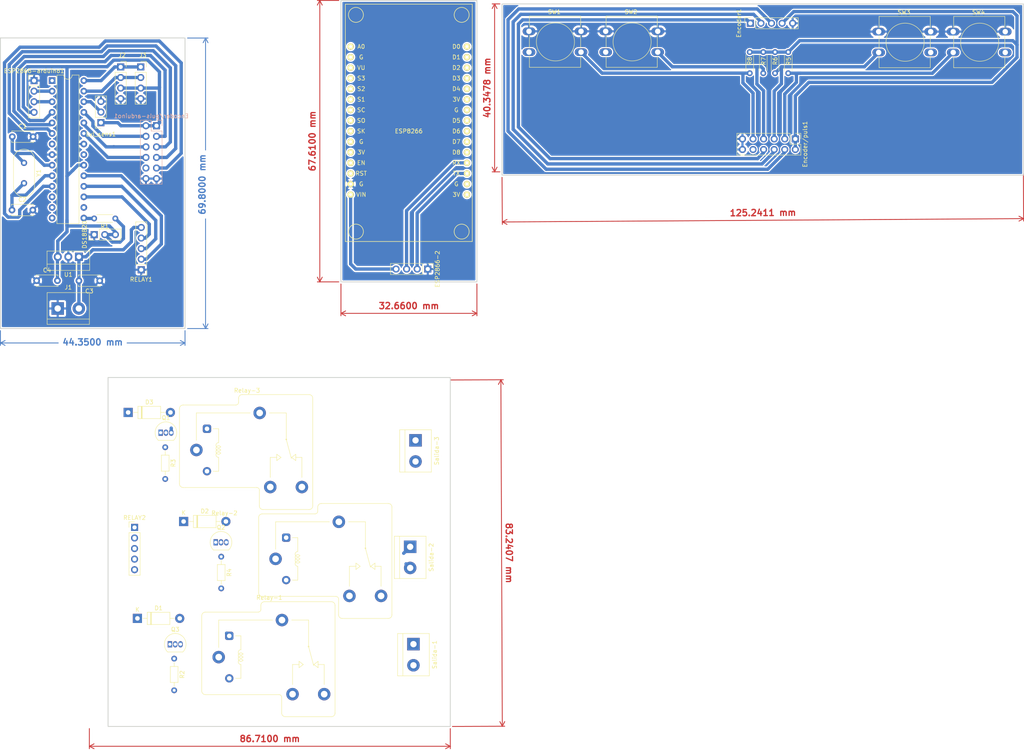
<source format=kicad_pcb>
(kicad_pcb (version 20211014) (generator pcbnew)
  (layers (0 "F.Cu" signal) (31 "B.Cu" signal) (34 "B.Paste" user) (35 "F.Paste" user) (36 "B.SilkS" user "B.Silkscreen") (37 "F.SilkS" user "F.Silkscreen") (38 "B.Mask" user) (39 "F.Mask" user) (44 "Edge.Cuts" user))
  (net 0 "")
  (net 1 "GND")
  (net 2 "Net-(Encoder/puls-arduino1-Pad3)")
  (net 3 "Net-(Encoder/puls-arduino1-Pad4)")
  (net 4 "Net-(ESP2866-2-Pad2)")
  (net 5 "Net-(ESP2866-2-Pad3)")
  (net 7 "+5V")
  (net 12 "+12V")
  (net 14 "Net-(D1-Pad2)")
  (net 15 "Net-(D2-Pad2)")
  (net 16 "Net-(C1-Pad1)")
  (net 17 "Net-(C2-Pad1)")
  (net 18 "Net-(Lvl_sens1-Pad2)")
  (net 19 "Net-(Encoder/puls-arduino1-Pad5)")
  (net 20 "Net-(Encoder/puls-arduino1-Pad6)")
  (net 21 "Net-(Encoder/puls-arduino1-Pad8)")
  (net 22 "Net-(Encoder/puls-arduino1-Pad9)")
  (net 24 "Net-(Encoder/puls1-Pad3)")
  (net 25 "Net-(Encoder/puls1-Pad4)")
  (net 26 "Net-(Encoder/puls1-Pad5)")
  (net 27 "Net-(Q1-Pad2)")
  (net 28 "Net-(Q2-Pad2)")
  (net 29 "Net-(Q3-Pad2)")
  (net 30 "Net-(D3-Pad2)")
  (net 31 "Net-(R1-Pad2)")
  (net 32 "Net-(R2-Pad2)")
  (net 33 "Net-(R3-Pad2)")
  (net 34 "Net-(R4-Pad2)")
  (net 35 "Net-(J2-Pad1)")
  (net 36 "Net-(J2-Pad2)")
  (net 37 "Net-(Encoder/puls1-Pad6)")
  (net 38 "Net-(Encoder/puls1-Pad7)")
  (net 39 "Net-(Encoder/puls1-Pad8)")
  (net 41 "Net-(ESP2866-arduino1-Pad2)")
  (net 42 "Net-(ESP2866-arduino1-Pad3)")
  (net 63 "Net-(RELAY1-Pad2)")
  (net 64 "Net-(RELAY1-Pad3)")
  (net 65 "Net-(RELAY1-Pad4)")
  (net 68 "Net-(Encoder/puls-arduino1-Pad7)")
  (net 73 "Net-(Relay-1-Pad11A)")
  (net 75 "Net-(Relay-2-Pad11A)")
  (net 77 "Net-(Relay-3-Pad11A)")
  (net 79 "Net-(Encoder/puls1-Pad9)")
  (net 80 "Net-(Relay-1-Pad14)")
  (net 81 "Net-(Relay-2-Pad14)")
  (net 82 "Net-(Relay-3-Pad14)")
  (footprint "Connector_PinSocket_2.54mm:PinSocket_1x05_P2.54mm_Vertical" (layer "F.Cu") (at 212.94 19.805 90)
    (fp_text reference "Encoder1")
    (fp_text value "Conn_01x05")
  )
  (footprint "Button_Switch_THT:SW_PUSH-12mm" (layer "F.Cu") (at 261.67 21.82)
    (fp_text reference "SW4")
    (fp_text value "SW_Push")
  )
  (footprint "Capacitor_THT:C_Disc_D5.0mm_W2.5mm_P5.00mm" (layer "F.Cu") (at 35.555 64.68)
    (fp_text reference "C2")
    (fp_text value "20pF")
  )
  (footprint "Connector_PinSocket_2.54mm:PinSocket_1x03_P2.54mm_Vertical" (layer "F.Cu") (at 56.92 43.685 180)
    (fp_text reference "Lvl_sens1")
    (fp_text value "lvl_sens")
  )
  (footprint "Diode_THT:D_DO-41_SOD81_P10.16mm_Horizontal" (layer "F.Cu") (at 65.69 162.78)
    (fp_text reference "D1")
    (fp_text value "1N4007")
  )
  (footprint "Package_TO_SOT_THT:TO-220-3_Vertical" (layer "F.Cu") (at 51.635 75.91 180)
    (fp_text reference "U1")
    (fp_text value "LM7805")
  )
  (footprint "Resistor_THT:R_Axial_DIN0204_L3.6mm_D1.6mm_P7.62mm_Horizontal" (layer "F.Cu") (at 72.37 121.665 -90)
    (fp_text reference "R3")
    (fp_text value "1k")
  )
  (footprint "Resistor_THT:R_Axial_DIN0204_L3.6mm_D1.6mm_P5.08mm_Horizontal" (layer "F.Cu") (at 60.375 66.7 180)
    (fp_text reference "R1")
    (fp_text value "4.7k")
  )
  (footprint "Relay_THT:Relay_SPDT_RAYEX-L90" (layer "F.Cu") (at 79.86 122.325)
    (fp_text reference "Relay-3")
    (fp_text value "RAYEX-L90")
  )
  (footprint "Diode_THT:D_DO-41_SOD81_P10.16mm_Horizontal" (layer "F.Cu") (at 76.785 139.5)
    (fp_text reference "D2")
    (fp_text value "1N4007")
  )
  (footprint "Capacitor_THT:C_Disc_D5.0mm_W2.5mm_P5.00mm" (layer "F.Cu") (at 35.625 47.06)
    (fp_text reference "C1")
    (fp_text value "20pF")
  )
  (footprint "Resistor_THT:R_Axial_DIN0204_L3.6mm_D1.6mm_P5.08mm_Horizontal" (layer "F.Cu") (at 218.87 31.81 90)
    (fp_text reference "R6")
    (fp_text value "10k")
  )
  (footprint "Crystal:Crystal_HC49-4H_Vertical" (layer "F.Cu") (at 38.445 53.35 -90)
    (fp_text reference "Y1")
    (fp_text value "16MHz")
  )
  (footprint "Connector_PinHeader_2.54mm:PinHeader_1x04_P2.54mm_Vertical" (layer "F.Cu") (at 135.44 78.85 -90)
    (fp_text reference "ESP2866-2")
    (fp_text value "Conn_01x04")
  )
  (footprint "Capacitor_THT:C_Disc_D5.0mm_W2.5mm_P5.00mm" (layer "F.Cu") (at 56.635 81.66 180)
    (fp_text reference "C3")
    (fp_text value "330nF")
  )
  (footprint "Connector_PinSocket_2.54mm:PinSocket_1x04_P2.54mm_Vertical" (layer "F.Cu") (at 61.665 30.3)
    (fp_text reference "J3")
    (fp_text value "DS1307")
  )
  (footprint "TerminalBlock:TerminalBlock_bornier-2_P5.08mm" (layer "F.Cu") (at 132.5 120.005 -90)
    (fp_text reference "Salida-3")
    (fp_text value "Conn_01x02")
  )
  (footprint "Resistor_THT:R_Axial_DIN0204_L3.6mm_D1.6mm_P5.08mm_Horizontal" (layer "F.Cu") (at 216.04 31.81 90)
    (fp_text reference "R7")
    (fp_text value "10k")
  )
  (footprint "ESP8266 LOLiN v3:ESP8266" (layer "F.Cu") (at 130.88 45.73)
    (fp_text reference "ESP8266")
    (fp_text value "NodeMCU1.0(ESP-12E)")
  )
  (footprint "Button_Switch_THT:SW_PUSH-12mm" (layer "F.Cu") (at 159.76 21.74)
    (fp_text reference "SW1")
    (fp_text value "SW_Push")
  )
  (footprint "Connector_PinSocket_2.54mm:PinSocket_1x04_P2.54mm_Vertical" (layer "F.Cu") (at 66.485 30.3)
    (fp_text reference "J2")
    (fp_text value "I2C + LCD")
  )
  (footprint "Package_TO_SOT_THT:TO-92_Inline" (layer "F.Cu") (at 71.27 118.165)
    (fp_text reference "Q1")
    (fp_text value "PN2222A")
  )
  (footprint "TerminalBlock:TerminalBlock_bornier-2_P5.08mm" (layer "F.Cu") (at 46.535 88.33)
    (fp_text reference "J1")
    (fp_text value "12v")
  )
  (footprint "Package_TO_SOT_THT:TO-92_Inline" (layer "F.Cu") (at 84.5 144.5)
    (fp_text reference "Q2")
    (fp_text value "PN2222A")
  )
  (footprint "Connector_PinHeader_2.54mm:PinHeader_2x06_P2.54mm_Vertical" (layer "F.Cu") (at 223.74 47.595 -90)
    (fp_text reference "Encoder/puls1")
    (fp_text value "Conn_02x06_Odd_Even")
  )
  (footprint "Diode_THT:D_DO-41_SOD81_P10.16mm_Horizontal" (layer "F.Cu") (at 63.46 113.305)
    (fp_text reference "D3")
    (fp_text value "1N4007")
  )
  (footprint "Capacitor_THT:C_Disc_D5.0mm_W2.5mm_P5.00mm" (layer "F.Cu") (at 41.475 81.64)
    (fp_text reference "C4")
    (fp_text value "100nF")
  )
  (footprint "TerminalBlock:TerminalBlock_bornier-2_P5.08mm" (layer "F.Cu") (at 131.21 145.58 -90)
    (fp_text reference "Salida-2")
    (fp_text value "Conn_01x02")
  )
  (footprint "Package_TO_SOT_THT:TO-92_Inline" (layer "F.Cu") (at 73.5 169)
    (fp_text reference "Q3")
    (fp_text value "PN2222A")
  )
  (footprint "Connector_PinHeader_2.54mm:PinHeader_1x05_P2.54mm_Vertical" (layer "F.Cu") (at 65 140.92)
    (fp_text reference "RELAY2")
    (fp_text value "Conn_01x05")
  )
  (footprint "Package_DIP:DIP-28_W7.62mm" (layer "F.Cu") (at 45.195 33.58)
    (fp_text reference "U3" hide)
    (fp_text value "ATmega328P-P")
  )
  (footprint "Connector_PinHeader_2.54mm:PinHeader_1x05_P2.54mm_Vertical" (layer "F.Cu") (at 66.605 79.025 180)
    (fp_text reference "RELAY1")
    (fp_text value "Conn_01x05")
  )
  (footprint "TerminalBlock:TerminalBlock_bornier-2_P5.08mm" (layer "F.Cu") (at 132 168.96 -90)
    (fp_text reference "Salida-1")
    (fp_text value "Conn_01x02")
  )
  (footprint "Resistor_THT:R_Axial_DIN0204_L3.6mm_D1.6mm_P5.08mm_Horizontal" (layer "F.Cu") (at 212.79 31.81 90)
    (fp_text reference "R8")
    (fp_text value "10k")
  )
  (footprint "Relay_THT:Relay_SPDT_RAYEX-L90" (layer "F.Cu") (at 98.88 148.48)
    (fp_text reference "Relay-2")
    (fp_text value "RAYEX-L90")
  )
  (footprint "Connector_PinHeader_2.54mm:PinHeader_1x04_P2.54mm_Vertical" (layer "F.Cu") (at 40.855 33.58)
    (fp_text reference "ESP2866-arduino1")
    (fp_text value "Conn_01x04")
  )
  (footprint "Button_Switch_THT:SW_PUSH-12mm" (layer "F.Cu") (at 178.18 21.74)
    (fp_text reference "SW2")
    (fp_text value "SW_Push")
  )
  (footprint "Resistor_THT:R_Axial_DIN0204_L3.6mm_D1.6mm_P7.62mm_Horizontal" (layer "F.Cu") (at 74.52 172.44 -90)
    (fp_text reference "R2")
    (fp_text value "1k")
  )
  (footprint "Relay_THT:Relay_SPDT_RAYEX-L90" (layer "F.Cu") (at 85.215 172.08)
    (fp_text reference "Relay-1")
    (fp_text value "RAYEX-L90")
  )
  (footprint "Button_Switch_THT:SW_PUSH-12mm" (layer "F.Cu") (at 243.76 21.82)
    (fp_text reference "SW3")
    (fp_text value "SW_Push")
  )
  (footprint "Resistor_THT:R_Axial_DIN0204_L3.6mm_D1.6mm_P7.62mm_Horizontal" (layer "F.Cu") (at 85.82 147.95 -90)
    (fp_text reference "R4")
    (fp_text value "1k")
  )
  (footprint "Resistor_THT:R_Axial_DIN0204_L3.6mm_D1.6mm_P5.08mm_Horizontal" (layer "F.Cu") (at 222.04 31.81 90)
    (fp_text reference "R5")
    (fp_text value "10k")
  )
  (footprint "Connector_PinHeader_2.54mm:PinHeader_1x03_P2.54mm_Vertical" (layer "F.Cu") (at 55.31 70.58 90)
    (fp_text reference "DS18B20")
    (fp_text value "Conn_01x03")
  )
  (footprint "Connector_PinHeader_2.54mm:PinHeader_2x06_P2.54mm_Vertical" (layer "B.Cu") (at 70.275 44.425 180)
    (fp_text reference "Encoder/puls-arduino1")
    (fp_text value "Conn_02x06_Odd_Even" hide)
  )
  (gr_rect (start 153.28 15.152161) (end 278.518479 56.30358) (layer "Edge.Cuts") (width 0.2) (fill none))
  (gr_rect (start 114.58 14.32) (end 147.24 81.93) (layer "Edge.Cuts") (width 0.2) (fill none))
  (gr_rect (start 77.125 23.33) (end 32.775 93.14) (layer "Edge.Cuts") (width 0.2) (fill none))
  (gr_rect (start 58.64 104.91) (end 140.85 188.74) (layer "Edge.Cuts") (width 0.2) (fill none))
  (dimension (type aligned) (layer "F.Cu") (pts (xy 153.28 15.152161) (xy 153.28 55.5)) (height 1.78) (gr_text "40.3478 mm" (at 149.7 35.32608 90) (layer "F.Cu") (effects (font (size 1.5 1.5) (thickness 0.3)))) (format (units 3) (units_format 1) (precision 4)) (style (thickness 0.2) (arrow_length 1.27) (text_position_mode 0) (extension_height 0.58642) (extension_offset 0.5) keep_text_aligned))
  (dimension (type aligned) (layer "F.Cu") (pts (xy 140.85 188.74) (xy 54.14 188.74)) (height -4.76) (gr_text "86.7100 mm" (at 97.495 191.7) (layer "F.Cu") (effects (font (size 1.5 1.5) (thickness 0.3)))) (format (units 3) (units_format 1) (precision 4)) (style (thickness 0.2) (arrow_length 1.27) (text_position_mode 0) (extension_height 0.58642) (extension_offset 0.5) keep_text_aligned))
  (dimension (type aligned) (layer "F.Cu") (pts (xy 140.85 188.74) (xy 140.5 105.5)) (height 12.499889) (gr_text "83.2407 mm" (at 154.974763 147.059874 -89.75908932) (layer "F.Cu") (effects (font (size 1.5 1.5) (thickness 0.3)))) (format (units 3) (units_format 1) (precision 4)) (style (thickness 0.2) (arrow_length 1.27) (text_position_mode 0) (extension_height 0.58642) (extension_offset 0.5) keep_text_aligned))
  (dimension (type aligned) (layer "F.Cu") (pts (xy 278.518479 55.5) (xy 153.28 56.30358)) (height -11.236098) (gr_text "125.2411 mm" (at 215.959785 65.337694 0.3676275167) (layer "F.Cu") (effects (font (size 1.5 1.5) (thickness 0.3)))) (format (units 3) (units_format 1) (precision 4)) (style (thickness 0.2) (arrow_length 1.27) (text_position_mode 0) (extension_height 0.58642) (extension_offset 0.5) keep_text_aligned))
  (dimension (type aligned) (layer "F.Cu") (pts (xy 114.58 14.32) (xy 114.58 81.93)) (height 5.08) (gr_text "67.6100 mm" (at 107.7 48.125 90) (layer "F.Cu") (effects (font (size 1.5 1.5) (thickness 0.3)))) (format (units 3) (units_format 1) (precision 4)) (style (thickness 0.2) (arrow_length 1.27) (text_position_mode 0) (extension_height 0.58642) (extension_offset 0.5) keep_text_aligned))
  (dimension (type aligned) (layer "F.Cu") (pts (xy 114.58 81.93) (xy 147.24 81.93)) (height 7.57) (gr_text "32.6600 mm" (at 130.91 87.7) (layer "F.Cu") (effects (font (size 1.5 1.5) (thickness 0.3)))) (format (units 3) (units_format 1) (precision 4)) (style (thickness 0.2) (arrow_length 1.27) (text_position_mode 0) (extension_height 0.58642) (extension_offset 0.5) keep_text_aligned))
  (dimension (type aligned) (layer "B.Cu") (pts (xy 77.225 23.36) (xy 77.225 93.16)) (height -4.835) (gr_text "69.8000 mm" (at 81.26 58.53 90) (layer "B.Cu") (effects (font (size 1.5 1.5) (thickness 0.3)))) (format (units 3) (units_format 1) (precision 4)) (style (thickness 0.2) (arrow_length 1.27) (text_position_mode 2) (extension_height 0.58642) (extension_offset 0.5) keep_text_aligned))
  (dimension (type aligned) (layer "B.Cu") (pts (xy 32.775 93.14) (xy 77.125 93.14)) (height 3.47) (gr_text "44.3500 mm" (at 54.94 96.43) (layer "B.Cu") (effects (font (size 1.5 1.5) (thickness 0.3)))) (format (units 3) (units_format 1) (precision 4)) (style (thickness 0.2) (arrow_length 1.27) (text_position_mode 2) (extension_height 0.58642) (extension_offset 0.5) keep_text_aligned))
  (segment (start 45.195 51.36) (end 44.925 51.36) (width 0.8) (layer "B.Cu") (net 1))
  (segment (start 49.095 75.2975) (end 49.095 75.91) (width 0.8) (layer "B.Cu") (net 1))
  (segment (start 40.625 47.06) (end 40.895 47.06) (width 0.8) (layer "B.Cu") (net 1))
  (segment (start 68.81 27.55) (end 59.39 27.55) (width 0.8) (layer "B.Cu") (net 2))
  (segment (start 57.91 29.03) (end 38.84 29.03) (width 0.8) (layer "B.Cu") (net 2))
  (segment (start 43.215 43.18) (end 45.195 41.2) (width 0.8) (layer "B.Cu") (net 2))
  (segment (start 72.33 46.965) (end 72.33 31.07) (width 0.8) (layer "B.Cu") (net 2))
  (segment (start 72.33 31.07) (end 68.81 27.55) (width 0.8) (layer "B.Cu") (net 2))
  (segment (start 37.15 40.49) (end 39.84 43.18) (width 0.8) (layer "B.Cu") (net 2))
  (segment (start 37.15 30.72) (end 37.15 40.49) (width 0.8) (layer "B.Cu") (net 2))
  (segment (start 38.84 29.03) (end 37.15 30.72) (width 0.8) (layer "B.Cu") (net 2))
  (segment (start 39.84 43.18) (end 43.215 43.18) (width 0.8) (layer "B.Cu") (net 2))
  (segment (start 70.275 46.965) (end 72.33 46.965) (width 0.8) (layer "B.Cu") (net 2))
  (segment (start 59.39 27.55) (end 57.91 29.03) (width 0.8) (layer "B.Cu") (net 2))
  (segment (start 55 43.385) (end 52.815 41.2) (width 0.8) (layer "B.Cu") (net 3))
  (segment (start 67.735 46.965) (end 57.465 46.965) (width 0.8) (layer "B.Cu") (net 3))
  (segment (start 55 44.5) (end 55 43.385) (width 0.8) (layer "B.Cu") (net 3))
  (segment (start 57.465 46.965) (end 55 44.5) (width 0.8) (layer "B.Cu") (net 3))
  (segment (start 142.42 55.89) (end 144.85 55.89) (width 0.8) (layer "B.Cu") (net 4))
  (segment (start 132.89 65.42) (end 142.42 55.89) (width 0.8) (layer "B.Cu") (net 4))
  (segment (start 132.89 78.84) (end 132.89 65.42) (width 0.8) (layer "B.Cu") (net 4))
  (segment (start 132.9 78.85) (end 132.89 78.84) (width 0.8) (layer "B.Cu") (net 4))
  (segment (start 130.36 78.85) (end 130.34 78.83) (width 0.8) (layer "B.Cu") (net 5))
  (segment (start 141.83 53.35) (end 144.85 53.35) (width 0.8) (layer "B.Cu") (net 5))
  (segment (start 130.34 64.84) (end 141.83 53.35) (width 0.8) (layer "B.Cu") (net 5))
  (segment (start 130.34 78.83) (end 130.34 64.84) (width 0.8) (layer "B.Cu") (net 5))
  (segment (start 48.77 30.32) (end 48.69 30.24) (width 0.8) (layer "B.Cu") (net 7))
  (segment (start 62.335 71.53) (end 61.495 72.37) (width 0.8) (layer "B.Cu") (net 7))
  (segment (start 66.485 35.38) (end 70.79 35.38) (width 0.8) (layer "B.Cu") (net 7))
  (segment (start 223.365 17) (end 220.56 19.805) (width 0.8) (layer "B.Cu") (net 7))
  (segment (start 127.82 78.85) (end 118.13 78.85) (width 0.8) (layer "B.Cu") (net 7))
  (segment (start 271.76 33.24) (end 277 28) (width 0.8) (layer "B.Cu") (net 7))
  (segment (start 277 18) (end 276 17) (width 0.8) (layer "B.Cu") (net 7))
  (segment (start 48.77 68.46) (end 48.77 56.525) (width 0.8) (layer "B.Cu") (net 7))
  (segment (start 38.29 31.215) (end 38.29 39.875) (width 0.8) (layer "B.Cu") (net 7))
  (segment (start 58.945 68.51) (end 48.82 68.51) (width 0.8) (layer "B.Cu") (net 7))
  (segment (start 62.335 68.66) (end 62.335 71.53) (width 0.8) (layer "B.Cu") (net 7))
  (segment (start 212.79 26.73) (end 212.8 26.74) (width 0.8) (layer "B.Cu") (net 7))
  (segment (start 272 33) (end 271 34) (width 0.8) (layer "B.Cu") (net 7))
  (segment (start 276 24) (end 277 25) (width 0.8) (layer "B.Cu") (net 7))
  (segment (start 276 17) (end 223.365 17) (width 0.8) (layer "B.Cu") (net 7))
  (segment (start 48.77 56.525) (end 48.77 30.32) (width 0.8) (layer "B.Cu") (net 7))
  (segment (start 50.115 55.18) (end 50.2775 55.0175) (width 0.8) (layer "B.Cu") (net 7))
  (segment (start 60.39 70.58) (end 57.85 70.58) (width 0.8) (layer "B.Cu") (net 7))
  (segment (start 60.39 69.955) (end 58.945 68.51) (width 0.8) (layer "B.Cu") (net 7))
  (segment (start 61.705 44.425) (end 67.735 44.425) (width 0.8) (layer "B.Cu") (net 7))
  (segment (start 68.785 44.425) (end 70.275 44.425) (width 0.8) (layer "B.Cu") (net 7))
  (segment (start 60.965 43.685) (end 61.705 44.425) (width 0.8) (layer "B.Cu") (net 7))
  (segment (start 70.79 35.38) (end 70.98 35.19) (width 0.8) (layer "B.Cu") (net 7))
  (segment (start 48.77 56.525) (end 50.115 55.18) (width 0.8) (layer "B.Cu") (net 7))
  (segment (start 223.795 50.19) (end 223.74 50.135) (width 0.8) (layer "B.Cu") (net 7))
  (segment (start 50.115 55.18) (end 50.13 55.165) (width 0.8) (layer "B.Cu") (net 7))
  (segment (start 227 34) (end 223.74 37.26) (width 0.8) (layer "B.Cu") (net 7))
  (segment (start 70.98 31.485738) (end 68.164262 28.67) (width 0.8) (layer "B.Cu") (net 7))
  (segment (start 46.475 75.99) (end 46.555 75.91) (width 0.8) (layer "B.Cu") (net 7))
  (segment (start 39.615 41.2) (end 40.855 41.2) (width 0.8) (layer "B.Cu") (net 7))
  (segment (start 277 28) (end 277 25) (width 0.8) (layer "B.Cu") (net 7))
  (segment (start 68.164262 28.67) (end 59.985 28.67) (width 0.8) (layer "B.Cu") (net 7))
  (segment (start 70.275 44.425) (end 70.98 43.72) (width 0.8) (layer "B.Cu") (net 7))
  (segment (start 58.415 30.24) (end 48.69 30.24) (width 0.8) (layer "B.Cu") (net 7))
  (segment (start 56.92 43.685) (end 60.965 43.685) (width 0.8) (layer "B.Cu") (net 7))
  (segment (start 224.77 24) (end 276 24) (width 0.8) (layer "B.Cu") (net 7))
  (segment (start 46.475 81.64) (end 46.475 75.99) (width 0.8) (layer "B.Cu") (net 7))
  (segment (start 222.03 26.74) (end 224.77 24) (width 0.8) (layer "B.Cu") (net 7))
  (segment (start 277 25) (end 277 18) (width 0.8) (layer "B.Cu") (net 7))
  (segment (start 212.8 26.74) (end 222.03 26.74) (width 0.8) (layer "B.Cu") (net 7))
  (segment (start 69.02 44.66) (end 68.785 44.425) (width 0.25) (layer "B.Cu") (net 7))
  (segment (start 59.64 72.37) (end 57.85 70.58) (width 0.8) (layer "B.Cu") (net 7))
  (segment (start 223.74 47.595) (end 223.74 50.135) (width 0.8) (layer "B.Cu") (net 7))
  (segment (start 46.555 75.91) (end 46.555 72.11) (width 0.8) (layer "B.Cu") (net 7))
  (segment (start 51.395 53.9) (end 52.815 53.9) (width 0.8) (layer "B.Cu") (net 7))
  (segment (start 118.13 78.85) (end 116.91 77.63) (width 0.8) (layer "B.Cu") (net 7))
  (segment (start 48.82 68.51) (end 48.77 68.46) (width 0.8) (layer "B.Cu") (net 7))
  (segment (start 69 44.68) (end 69.02 44.66) (width 0.35) (layer "B.Cu") (net 7))
  (segment (start 48.69 30.24) (end 39.265 30.24) (width 0.8) (layer "B.Cu") (net 7))
  (segment (start 70.98 35.19) (end 70.98 31.485738) (width 0.8) (layer "B.Cu") (net 7))
  (segment (start 61.495 72.37) (end 59.64 72.37) (width 0.8) (layer "B.Cu") (net 7))
  (segment (start 39.265 30.24) (end 38.29 31.215) (width 0.8) (layer "B.Cu") (net 7))
  (segment (start 46.555 72.11) (end 48.77 69.895) (width 0.8) (layer "B.Cu") (net 7))
  (segment (start 116.91 77.63) (end 116.91 60.97) (width 0.8) (layer "B.Cu") (net 7))
  (segment (start 50.2775 55.0175) (end 51.395 53.9) (width 0.8) (layer "B.Cu") (net 7))
  (segment (start 61.665 35.38) (end 66.485 35.38) (width 0.8) (layer "B.Cu") (net 7))
  (segment (start 38.29 39.875) (end 39.615 41.2) (width 0.8) (layer "B.Cu") (net 7))
  (segment (start 70.98 43.72) (end 70.98 35.19) (width 0.8) (layer "B.Cu") (net 7))
  (segment (start 271 34) (end 227 34) (width 0.8) (layer "B.Cu") (net 7))
  (segment (start 60.39 70.58) (end 60.39 69.955) (width 0.8) (layer "B.Cu") (net 7))
  (segment (start 48.77 69.895) (end 48.77 67.08) (width 0.8) (layer "B.Cu") (net 7))
  (segment (start 60.375 66.7) (end 62.335 68.66) (width 0.8) (layer "B.Cu") (net 7))
  (segment (start 59.985 28.67) (end 58.415 30.24) (width 0.8) (layer "B.Cu") (net 7))
  (segment (start 69.06 44.7) (end 68.785 44.425) (width 0.25) (layer "B.Cu") (net 7))
  (segment (start 67.735 44.425) (end 68.785 44.425) (width 0.8) (layer "B.Cu") (net 7))
  (segment (start 223.74 37.26) (end 223.74 47.595) (width 0.8) (layer "B.Cu") (net 7))
  (segment (start 51.635 81.66) (end 51.635 79.25) (width 0.8) (layer "B.Cu") (net 12))
  (segment (start 87.755 177.18) (end 87.735 177.2) (width 0.8) (layer "B.Cu") (net 12))
  (segment (start 64.795 68.865) (end 66.605 68.865) (width 0.8) (layer "B.Cu") (net 12))
  (segment (start 53.305 75.91) (end 54.995 74.22) (width 0.8) (layer "B.Cu") (net 12))
  (segment (start 64.24 72.28) (end 64.24 69.42) (width 0.8) (layer "B.Cu") (net 12))
  (segment (start 51.635 81.66) (end 51.635 88.31) (width 0.8) (layer "B.Cu") (net 12))
  (segment (start 54.995 74.22) (end 62.3 74.22) (width 0.8) (layer "B.Cu") (net 12))
  (segment (start 51.635 88.31) (end 51.615 88.33) (width 0.8) (layer "B.Cu") (net 12))
  (segment (start 51.635 75.91) (end 53.305 75.91) (width 0.8) (layer "B.Cu") (net 12))
  (segment (start 131.21 145.58) (end 129.655 147.135) (width 0.8) (layer "B.Cu") (net 12))
  (segment (start 64.24 69.42) (end 64.795 68.865) (width 0.8) (layer "B.Cu") (net 12))
  (segment (start 51.635 79.25) (end 51.635 75.91) (width 0.8) (layer "B.Cu") (net 12))
  (segment (start 62.3 74.22) (end 64.24 72.28) (width 0.8) (layer "B.Cu") (net 12))
  (segment (start 87.755 166.98) (end 87.105 166.33) (width 0.8) (layer "B.Cu") (net 14))
  (segment (start 36.18 51.085) (end 40.47 51.085) (width 0.8) (layer "B.Cu") (net 16))
  (segment (start 35.625 47.06) (end 35.625 50.53) (width 0.8) (layer "B.Cu") (net 16))
  (segment (start 35.625 50.53) (end 36.18 51.085) (width 0.8) (layer "B.Cu") (net 16))
  (segment (start 43.385 53.9) (end 45.195 53.9) (width 0.8) (layer "B.Cu") (net 16))
  (segment (start 43.335 53.95) (end 43.385 53.9) (width 0.8) (layer "B.Cu") (net 16))
  (segment (start 36.18 51.085) (end 38.445 53.35) (width 0.8) (layer "B.Cu") (net 16))
  (segment (start 40.47 51.085) (end 43.335 53.95) (width 0.8) (layer "B.Cu") (net 16))
  (segment (start 35.555 61.12) (end 38.825 61.12) (width 0.8) (layer "B.Cu") (net 17))
  (segment (start 38.825 61.12) (end 43.505 56.44) (width 0.8) (layer "B.Cu") (net 17))
  (segment (start 35.555 61.12) (end 38.445 58.23) (width 0.8) (layer "B.Cu") (net 17))
  (segment (start 43.505 56.44) (end 45.195 56.44) (width 0.8) (layer "B.Cu") (net 17))
  (segment (start 35.555 64.68) (end 35.555 61.12) (width 0.8) (layer "B.Cu") (net 17))
  (segment (start 52.815 38.66) (end 54.435 38.66) (width 0.8) (layer "B.Cu") (net 18))
  (segment (start 54.435 38.66) (end 56.92 41.145) (width 0.8) (layer "B.Cu") (net 18))
  (segment (start 39.269519 44.179519) (end 44.755481 44.179519) (width 0.8) (layer "B.Cu") (net 19))
  (segment (start 36.02 40.93) (end 39.269519 44.179519) (width 0.8) (layer "B.Cu") (net 19))
  (segment (start 70.275 49.505) (end 72.415 49.505) (width 0.8) (layer "B.Cu") (net 19))
  (segment (start 73.6 30.52) (end 69.49 26.41) (width 0.8) (layer "B.Cu") (net 19))
  (segment (start 72.415 49.505) (end 73.6 48.32) (width 0.8) (layer "B.Cu") (net 19))
  (segment (start 36.02 30.26) (end 36.02 40.93) (width 0.8) (layer "B.Cu") (net 19))
  (segment (start 58.9 26.41) (end 57.52 27.79) (width 0.8) (layer "B.Cu") (net 19))
  (segment (start 69.49 26.41) (end 58.9 26.41) (width 0.8) (layer "B.Cu") (net 19))
  (segment (start 57.52 27.79) (end 38.49 27.79) (width 0.8) (layer "B.Cu") (net 19))
  (segment (start 38.49 27.79) (end 36.02 30.26) (width 0.8) (layer "B.Cu") (net 19))
  (segment (start 73.6 48.32) (end 73.6 30.52) (width 0.8) (layer "B.Cu") (net 19))
  (segment (start 44.755481 44.179519) (end 45.195 43.74) (width 0.8) (layer "B.Cu") (net 19))
  (segment (start 67.735 49.505) (end 60.005 49.505) (width 0.8) (layer "B.Cu") (net 20))
  (segment (start 58.17 49.5) (end 52.815 44.145) (width 0.8) (layer "B.Cu") (net 20))
  (segment (start 52.815 44.145) (end 52.815 43.74) (width 0.8) (layer "B.Cu") (net 20))
  (segment (start 60 49.5) (end 58.17 49.5) (width 0.8) (layer "B.Cu") (net 20))
  (segment (start 60.005 49.505) (end 60 49.5) (width 0.8) (layer "B.Cu") (net 20))
  (segment (start 52.815 46.28) (end 58.58 52.045) (width 0.8) (layer "B.Cu") (net 21))
  (segment (start 58.58 52.045) (end 67.735 52.045) (width 0.8) (layer "B.Cu") (net 21))
  (segment (start 76.21 29.34) (end 70.94 24.07) (width 0.8) (layer "B.Cu") (net 22))
  (segment (start 56.49 25.56) (end 37.47 25.56) (width 0.8) (layer "B.Cu") (net 22))
  (segment (start 33.76 65.525) (end 34.615 66.38) (width 0.8) (layer "B.Cu") (net 22))
  (segment (start 37.47 25.56) (end 33.76 29.27) (width 0.8) (layer "B.Cu") (net 22))
  (segment (start 76.21 51.04) (end 76.21 29.34) (width 0.8) (layer "B.Cu") (net 22))
  (segment (start 37.405 64.69) (end 43.115 58.98) (width 0.8) (layer "B.Cu") (net 22))
  (segment (start 37.045 66.38) (end 37.405 66.02) (width 0.8) (layer "B.Cu") (net 22))
  (segment (start 57.98 24.07) (end 56.49 25.56) (width 0.8) (layer "B.Cu") (net 22))
  (segment (start 70.94 24.07) (end 57.98 24.07) (width 0.8) (layer "B.Cu") (net 22))
  (segment (start 33.76 29.27) (end 33.76 65.525) (width 0.8) (layer "B.Cu") (net 22))
  (segment (start 72.665 54.585) (end 76.21 51.04) (width 0.8) (layer "B.Cu") (net 22))
  (segment (start 70.275 54.585) (end 72.665 54.585) (width 0.8) (layer "B.Cu") (net 22))
  (segment (start 37.405 66.02) (end 37.405 64.69) (width 0.8) (layer "B.Cu") (net 22))
  (segment (start 43.115 58.98) (end 45.195 58.98) (width 0.8) (layer "B.Cu") (net 22))
  (segment (start 34.615 66.38) (end 37.045 66.38) (width 0.8) (layer "B.Cu") (net 22))
  (segment (start 256.68 31.81) (end 261.67 26.82) (width 0.8) (layer "B.Cu") (net 24))
  (segment (start 224.95 31.81) (end 256.68 31.81) (width 0.8) (layer "B.Cu") (net 24))
  (segment (start 224 34) (end 221.2 36.8) (width 0.8) (layer "B.Cu") (net 24))
  (segment (start 224.44 31.81) (end 224.95 31.81) (width 0.8) (layer "B.Cu") (net 24))
  (segment (start 221.2 36.8) (end 221.2 47.595) (width 0.8) (layer "B.Cu") (net 24))
  (segment (start 222.04 31.81) (end 224.44 31.81) (width 0.8) (layer "B.Cu") (net 24))
  (segment (start 224 32.05) (end 224 34) (width 0.8) (layer "B.Cu") (net 24))
  (segment (start 154.723137 18.937376) (end 157.29466 16.365853) (width 0.8) (layer "B.Cu") (net 25))
  (segment (start 217.118655 54.881345) (end 163.881345 54.881345) (width 0.8) (layer "B.Cu") (net 25))
  (segment (start 214.580853 16.365853) (end 218.02 19.805) (width 0.8) (layer "B.Cu") (net 25))
  (segment (start 163.881345 54.881345) (end 154.723137 45.723137) (width 0.8) (layer "B.Cu") (net 25))
  (segment (start 157.29466 16.365853) (end 214.580853 16.365853) (width 0.8) (layer "B.Cu") (net 25))
  (segment (start 221.2 50.135) (end 221.2 50.8) (width 0.8) (layer "B.Cu") (net 25))
  (segment (start 221.2 50.8) (end 217.118655 54.881345) (width 0.8) (layer "B.Cu") (net 25))
  (segment (start 154.723137 45.723137) (end 154.723137 18.937376) (width 0.8) (layer "B.Cu") (net 25))
  (segment (start 220.42 30.26) (end 240.32 30.26) (width 0.8) (layer "B.Cu") (net 26))
  (segment (start 220.4 34.36) (end 220.4 30.28) (width 0.8) (layer "B.Cu") (net 26))
  (segment (start 220.4 30.28) (end 220.42 30.26) (width 0.8) (layer "B.Cu") (net 26))
  (segment (start 218.66 47.595) (end 218.66 36.1) (width 0.8) (layer "B.Cu") (net 26))
  (segment (start 240.32 30.26) (end 243.76 26.82) (width 0.8) (layer "B.Cu") (net 26))
  (segment (start 218.66 36.1) (end 220.4 34.36) (width 0.8) (layer "B.Cu") (net 26))
  (segment (start 220.42 30.26) (end 218.87 31.81) (width 0.8) (layer "B.Cu") (net 26))
  (segment (start 73.81 118.165) (end 73.81 117.065) (width 0.8) (layer "B.Cu") (net 30))
  (segment (start 55.295 66.7) (end 52.915 66.7) (width 0.8) (layer "B.Cu") (net 31))
  (segment (start 52.915 66.7) (end 52.815 66.6) (width 0.8) (layer "B.Cu") (net 31))
  (segment (start 65.025 145.975) (end 65 146) (width 0.8) (layer "B.Cu") (net 34))
  (segment (start 61.665 30.3) (end 66.485 30.3) (width 0.8) (layer "B.Cu") (net 35))
  (segment (start 61.665 30.3) (end 60.255 30.3) (width 0.8) (layer "B.Cu") (net 35))
  (segment (start 60.255 30.3) (end 56.975 33.58) (width 0.8) (layer "B.Cu") (net 35))
  (segment (start 56.975 33.58) (end 52.815 33.58) (width 0.8) (layer "B.Cu") (net 35))
  (segment (start 61.665 32.84) (end 66.485 32.84) (width 0.8) (layer "B.Cu") (net 36))
  (segment (start 60.425 32.84) (end 57.145 36.12) (width 0.8) (layer "B.Cu") (net 36))
  (segment (start 57.145 36.12) (end 52.815 36.12) (width 0.8) (layer "B.Cu") (net 36))
  (segment (start 61.665 32.84) (end 60.425 32.84) (width 0.8) (layer "B.Cu") (net 36))
  (segment (start 213.699469 17.664469) (end 215.48 19.445) (width 0.8) (layer "B.Cu") (net 37))
  (segment (start 155.955833 45.28609) (end 155.955833 19.481652) (width 0.8) (layer "B.Cu") (net 37))
  (segment (start 215.740132 53.599868) (end 164.269611 53.599868) (width 0.8) (layer "B.Cu") (net 37))
  (segment (start 218.66 50.68) (end 215.740132 53.599868) (width 0.8) (layer "B.Cu") (net 37))
  (segment (start 218.66 50.135) (end 218.66 50.68) (width 0.8) (layer "B.Cu") (net 37))
  (segment (start 215.48 19.445) (end 215.48 19.805) (width 0.8) (layer "B.Cu") (net 37))
  (segment (start 164.269611 53.599868) (end 155.955833 45.28609) (width 0.8) (layer "B.Cu") (net 37))
  (segment (start 155.955833 19.481652) (end 157.773016 17.664469) (width 0.8) (layer "B.Cu") (net 37))
  (segment (start 157.773016 17.664469) (end 213.699469 17.664469) (width 0.8) (layer "B.Cu") (net 37))
  (segment (start 214.51 34.415786) (end 214.51 30.54) (width 0.8) (layer "B.Cu") (net 38))
  (segment (start 216.12 36.025786) (end 214.51 34.415786) (width 0.8) (layer "B.Cu") (net 38))
  (segment (start 216.12 47.595) (end 216.12 36.025786) (width 0.8) (layer "B.Cu") (net 38))
  (segment (start 214.51 30.54) (end 214.79 30.26) (width 0.8) (layer "B.Cu") (net 38))
  (segment (start 215.55 30.26) (end 216.04 30.75) (width 0.8) (layer "B.Cu") (net 38))
  (segment (start 214.79 30.26) (end 215.55 30.26) (width 0.8) (layer "B.Cu") (net 38))
  (segment (start 214.79 30.26) (end 194.2 30.26) (width 0.8) (layer "B.Cu") (net 38))
  (segment (start 216.04 30.75) (end 216.04 31.81) (width 0.8) (layer "B.Cu") (net 38))
  (segment (start 194.2 30.26) (end 190.68 26.74) (width 0.8) (layer "B.Cu") (net 38))
  (segment (start 212.94 19.805) (end 212.135 19) (width 0.8) (layer "B.Cu") (net 39))
  (segment (start 212.135 19) (end 158.221489 19) (width 0.8) (layer "B.Cu") (net 39))
  (segment (start 157.221489 44.728411) (end 164.81147 52.318392) (width 0.8) (layer "B.Cu") (net 39))
  (segment (start 216.12 50.88) (end 216.12 50.135) (width 0.8) (layer "B.Cu") (net 39))
  (segment (start 214.681608 52.318392) (end 216.12 50.88) (width 0.8) (layer "B.Cu") (net 39))
  (segment (start 164.81147 52.318392) (end 214.681608 52.318392) (width 0.8) (layer "B.Cu") (net 39))
  (segment (start 158.221489 19) (end 157.221489 20) (width 0.8) (layer "B.Cu") (net 39))
  (segment (start 157.221489 20) (end 157.221489 44.728411) (width 0.8) (layer "B.Cu") (net 39))
  (segment (start 40.855 36.12) (end 45.195 36.12) (width 0.8) (layer "B.Cu") (net 41))
  (segment (start 40.855 38.66) (end 45.195 38.66) (width 0.8) (layer "B.Cu") (net 42))
  (segment (start 67.8 76.485) (end 71.445 72.84) (width 0.8) (layer "B.Cu") (net 63))
  (segment (start 71.445 66.11) (end 61.775 56.44) (width 0.8) (layer "B.Cu") (net 63))
  (segment (start 66.605 76.485) (end 67.8 76.485) (width 0.8) (layer "B.Cu") (net 63))
  (segment (start 61.775 56.44) (end 52.815 56.44) (width 0.8) (layer "B.Cu") (net 63))
  (segment (start 71.445 72.84) (end 71.445 66.11) (width 0.8) (layer "B.Cu") (net 63))
  (segment (start 70.085 71.6) (end 70.085 67.155) (width 0.8) (layer "B.Cu") (net 64))
  (segment (start 67.755 73.93) (end 70.085 71.6) (width 0.8) (layer "B.Cu") (net 64))
  (segment (start 66.605 73.945) (end 66.62 73.93) (width 0.8) (layer "B.Cu") (net 64))
  (segment (start 70.085 67.155) (end 61.91 58.98) (width 0.8) (layer "B.Cu") (net 64))
  (segment (start 66.62 73.93) (end 67.755 73.93) (width 0.8) (layer "B.Cu") (net 64))
  (segment (start 61.91 58.98) (end 52.815 58.98) (width 0.8) (layer "B.Cu") (net 64))
  (segment (start 66.605 71.405) (end 67.6 71.405) (width 0.8) (layer "B.Cu") (net 65))
  (segment (start 68.535 68.075) (end 61.98 61.52) (width 0.8) (layer "B.Cu") (net 65))
  (segment (start 68.535 70.47) (end 68.535 68.075) (width 0.8) (layer "B.Cu") (net 65))
  (segment (start 61.98 61.52) (end 52.815 61.52) (width 0.8) (layer "B.Cu") (net 65))
  (segment (start 67.6 71.405) (end 68.535 70.47) (width 0.8) (layer "B.Cu") (net 65))
  (segment (start 70.275 52.045) (end 72.725 52.045) (width 0.8) (layer "B.Cu") (net 68))
  (segment (start 70.14 25.26) (end 58.43 25.26) (width 0.8) (layer "B.Cu") (net 68))
  (segment (start 72.725 52.045) (end 74.88 49.89) (width 0.8) (layer "B.Cu") (net 68))
  (segment (start 34.9 29.77) (end 34.9 41.41) (width 0.8) (layer "B.Cu") (net 68))
  (segment (start 57.04 26.65) (end 38.02 26.65) (width 0.8) (layer "B.Cu") (net 68))
  (segment (start 58.43 25.26) (end 57.04 26.65) (width 0.8) (layer "B.Cu") (net 68))
  (segment (start 74.88 30) (end 70.14 25.26) (width 0.8) (layer "B.Cu") (net 68))
  (segment (start 74.88 49.89) (end 74.88 30) (width 0.8) (layer "B.Cu") (net 68))
  (segment (start 44.095 45.18) (end 45.195 46.28) (width 0.8) (layer "B.Cu") (net 68))
  (segment (start 34.9 41.41) (end 38.67 45.18) (width 0.8) (layer "B.Cu") (net 68))
  (segment (start 38.67 45.18) (end 44.095 45.18) (width 0.8) (layer "B.Cu") (net 68))
  (segment (start 38.02 26.65) (end 34.9 29.77) (width 0.8) (layer "B.Cu") (net 68))
  (segment (start 211.15 31.79) (end 211.15 34.15) (width 0.8) (layer "B.Cu") (net 79))
  (segment (start 177.31 31.79) (end 172.26 26.74) (width 0.8) (layer "B.Cu") (net 79))
  (segment (start 212.77 31.79) (end 211.15 31.79) (width 0.8) (layer "B.Cu") (net 79))
  (segment (start 211.15 31.79) (end 177.31 31.79) (width 0.8) (layer "B.Cu") (net 79))
  (segment (start 211.15 34.15) (end 213.58 36.58) (width 0.8) (layer "B.Cu") (net 79))
  (segment (start 213.58 36.58) (end 213.58 47.595) (width 0.8) (layer "B.Cu") (net 79))
  (segment (start 212.79 31.81) (end 212.77 31.79) (width 0.8) (layer "B.Cu") (net 79))
  (segment (start 130.225 149.675) (end 131.21 150.66) (width 0.8) (layer "B.Cu") (net 81))
  (zone (net 1) (net_name "GND") (layer "B.Cu") (connect_pads (clearance 0.358)) (min_thickness 0.254) (fill yes (thermal_gap 0.508) (thermal_bridge_width 0.508))
    (polygon (pts (xy 147.09 81.75) (xy 114.72 81.75) (xy 114.72 14.51) (xy 147.09 14.51)))
  )
  (zone (net 1) (net_name "GND") (layer "B.Cu") (connect_pads (clearance 0.35)) (min_thickness 0.354) (fill yes (thermal_gap 0.508) (thermal_bridge_width 0.508))
    (polygon (pts (xy 76.93 93.03) (xy 32.88 93.03) (xy 32.88 23.44) (xy 76.93 23.44)))
  )
  (zone (net 1) (net_name "GND") (layer "B.Cu") (connect_pads (clearance 0.29)) (min_thickness 0.254) (fill yes (thermal_gap 0.508) (thermal_bridge_width 0.508))
    (polygon (pts (xy 278.32 56.11) (xy 153.5 56.11) (xy 153.5 15.27) (xy 278.32 15.27)))
  )
)
</source>
